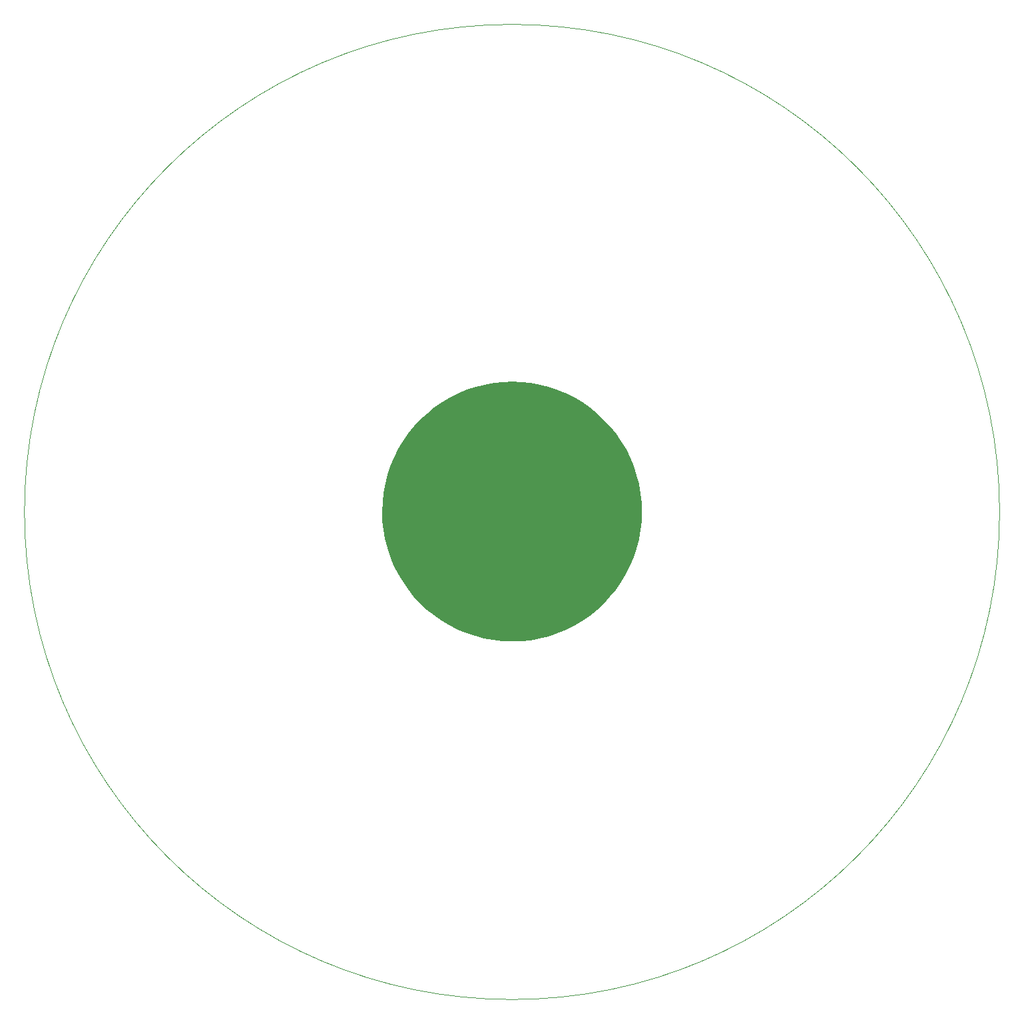
<source format=gbr>
%TF.GenerationSoftware,Altium Limited,Altium Designer,21.0.9 (235)*%
G04 Layer_Color=0*
%FSLAX45Y45*%
%MOMM*%
%TF.SameCoordinates,F7A25A3E-D5AF-42C8-93B9-E033C83BC228*%
%TF.FilePolarity,Positive*%
%TF.FileFunction,Profile,NP*%
%TF.Part,Single*%
G01*
G75*
%TA.AperFunction,Profile*%
%ADD25C,0.02540*%
G36*
X-1649551Y-50540D02*
X-1647561Y-109470D01*
X-1635184Y-226746D01*
X-1614471Y-342840D01*
X-1585529Y-457160D01*
X-1548506Y-569125D01*
X-1503589Y-678162D01*
X-1451008Y-783718D01*
X-1391031Y-885254D01*
X-1323963Y-982252D01*
X-1250146Y-1074219D01*
X-1169957Y-1160685D01*
X-1083803Y-1241210D01*
X-992124Y-1315384D01*
X-895388Y-1382829D01*
X-794086Y-1443201D01*
X-688735Y-1496192D01*
X-579873Y-1541532D01*
X-468053Y-1578991D01*
X-353847Y-1608377D01*
X-237834Y-1629541D01*
X-120608Y-1642375D01*
X-2764Y-1646813D01*
X115096Y-1642833D01*
X232371Y-1630456D01*
X348465Y-1609743D01*
X462785Y-1580801D01*
X574750Y-1543777D01*
X683788Y-1498861D01*
X789343Y-1446280D01*
X890879Y-1386303D01*
X987877Y-1319235D01*
X1079844Y-1245418D01*
X1166310Y-1165228D01*
X1246835Y-1079074D01*
X1321009Y-987396D01*
X1388454Y-890659D01*
X1448825Y-789357D01*
X1501816Y-684007D01*
X1547157Y-575144D01*
X1584616Y-463325D01*
X1614002Y-349118D01*
X1635166Y-233105D01*
X1647999Y-115879D01*
X1652437Y1964D01*
X1650448Y60894D01*
X1648458Y119824D01*
X1636080Y237100D01*
X1615367Y353194D01*
X1586425Y467514D01*
X1549402Y579478D01*
X1504485Y688516D01*
X1451904Y794072D01*
X1391927Y895608D01*
X1324859Y992606D01*
X1251042Y1084572D01*
X1170853Y1171039D01*
X1084699Y1251564D01*
X993020Y1325738D01*
X896283Y1393182D01*
X794982Y1453554D01*
X689632Y1506545D01*
X580769Y1551886D01*
X468950Y1589345D01*
X354743Y1618731D01*
X238731Y1639895D01*
X121504Y1652728D01*
X3660Y1657167D01*
X-114199Y1653187D01*
X-231475Y1640809D01*
X-347569Y1620096D01*
X-461889Y1591155D01*
X-573853Y1554131D01*
X-682891Y1509214D01*
X-788447Y1456633D01*
X-889982Y1396656D01*
X-986981Y1329588D01*
X-1078947Y1255771D01*
X-1165413Y1175582D01*
X-1245939Y1089428D01*
X-1320112Y997749D01*
X-1387557Y901012D01*
X-1447929Y799711D01*
X-1500920Y694360D01*
X-1546260Y585498D01*
X-1583719Y473678D01*
X-1613105Y359471D01*
X-1634269Y243459D01*
X-1647103Y126232D01*
X-1651541Y8389D01*
X-1649551Y-50541D01*
Y-50540D01*
D02*
G37*
D25*
X0Y-6200000D02*
G02*
X-6200000Y0I0J6200000D01*
G01*
D02*
G02*
X0Y6200000I6200000J0D01*
G01*
D02*
G02*
X6200000Y0I0J-6200000D01*
G01*
D02*
G02*
X0Y-6200000I-6200000J0D01*
G01*
%TF.MD5,044c4b47071a8637cbb0f78d24ab2919*%
M02*

</source>
